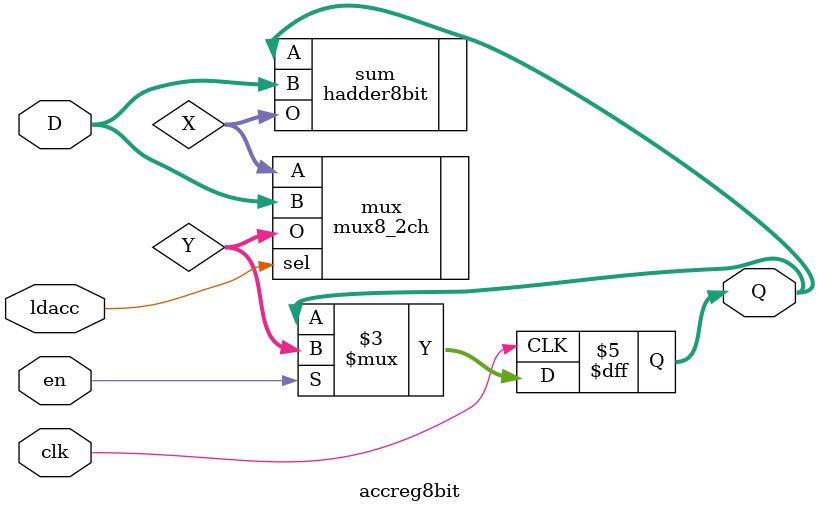
<source format=v>
module accreg8bit (
  input wire clk,
  input wire en,
  input wire ldacc,
  input wire [7:0] D,
  output reg [7:0] Q
);

  wire [7:0] X;
  wire [7:0] Y;

  hadder8bit sum(.A(Q), .B(D), .O(X));
  mux8_2ch mux(.sel(ldacc), .A(X), .B(D), .O(Y));

  always @(posedge clk) begin
    if (en == 1) begin
      Q <= Y;
    end
  end

endmodule
</source>
